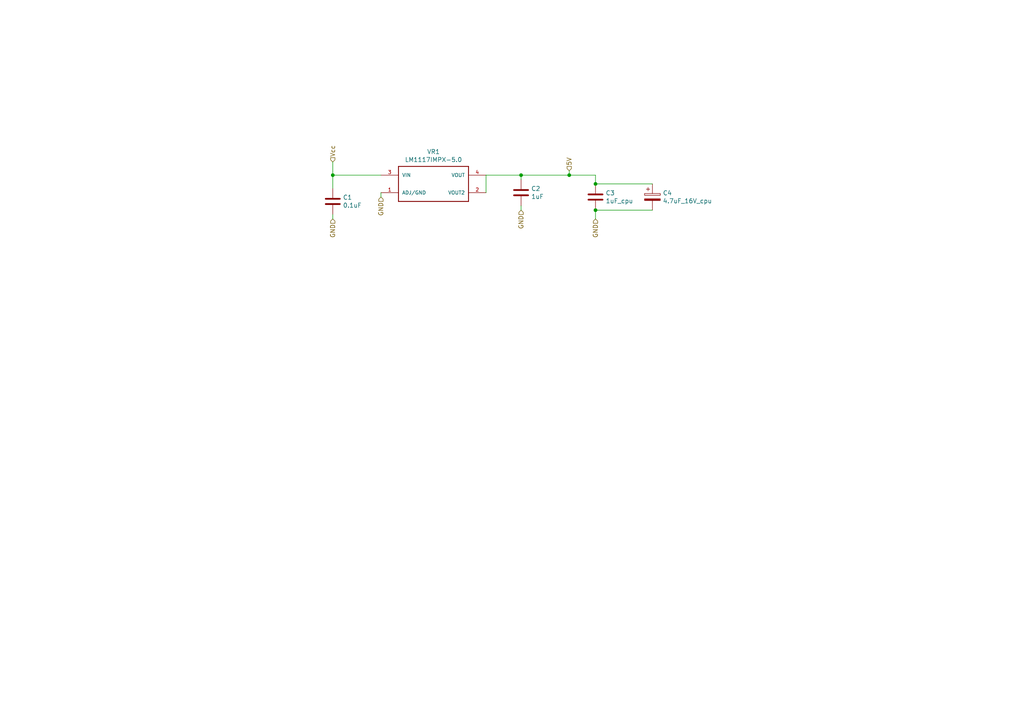
<source format=kicad_sch>
(kicad_sch (version 20211123) (generator eeschema)
  (paper "A4")
  (lib_symbols
    (symbol "Device:C" (pin_numbers hide) (pin_names (offset 0.254))
      (property "Reference" "C" (at 0.635 2.54 0))
      (property "Value" "C" (at 0.635 -2.54 0))
      (symbol "C_0_1"
        (polyline (pts (xy -2.032 -0.762) (xy 2.032 -0.762)) (stroke (width 0.508)))
        (polyline (pts (xy -2.032 0.762) (xy 2.032 0.762)) (stroke (width 0.508)))
      )
      (symbol "C_1_1"
        (pin passive line (at 0 3.81 270) (length 2.794) (name "~") (number "1"))
        (pin passive line (at 0 -3.81 90) (length 2.794) (name "~") (number "2"))
      )
    )
    (symbol "Device:C_Polarized" (pin_numbers hide) (pin_names (offset 0.254))
      (property "Reference" "C" (at 0.635 2.54 0))
      (property "Value" "C_Polarized" (at 0.635 -2.54 0))
      (symbol "C_Polarized_0_1"
        (rectangle (start -2.286 0.508) (end 2.286 1.016))
        (polyline (pts (xy -1.778 2.286) (xy -0.762 2.286)))
        (polyline (pts (xy -1.27 2.794) (xy -1.27 1.778)))
        (rectangle (start 2.286 -0.508) (end -2.286 -1.016) (fill (type outline)))
      )
      (symbol "C_Polarized_1_1"
        (pin passive line (at 0 3.81 270) (length 2.794) (name "~") (number "1"))
        (pin passive line (at 0 -3.81 90) (length 2.794) (name "~") (number "2"))
      )
    )
    (symbol "LM1117IMPX-5.0:LM1117IMPX-5.0" (pin_names (offset 1.016))
      (property "Reference" "VR" (at -10.16 6.35 0))
      (property "Value" "LM1117IMPX-5.0" (at -10.16 -7.62 0))
      (symbol "LM1117IMPX-5.0_0_0"
        (polyline (pts (xy -10.16 -5.08) (xy 10.16 -5.08)) (stroke (width 0.254)))
        (polyline (pts (xy -10.16 5.08) (xy -10.16 -5.08)) (stroke (width 0.254)))
        (polyline (pts (xy 10.16 -5.08) (xy 10.16 5.08)) (stroke (width 0.254)))
        (polyline (pts (xy 10.16 5.08) (xy -10.16 5.08)) (stroke (width 0.254)))
        (pin input line (at -15.24 -2.54 0) (length 5.08) (name "ADJ/GND") (number "1"))
        (pin output line (at 15.24 -2.54 180) (length 5.08) (name "VOUT2") (number "2"))
        (pin input line (at -15.24 2.54 0) (length 5.08) (name "VIN") (number "3"))
        (pin output line (at 15.24 2.54 180) (length 5.08) (name "VOUT") (number "4"))
      )
    )
  )
  (junction (at 96.52 50.8))
  (junction (at 172.72 53.34))
  (junction (at 165.1 50.8))
  (junction (at 172.72 60.96))
  (junction (at 151.13 50.8))
  (wire (pts (xy 140.97 50.8) (xy 140.97 55.88)))
  (wire (pts (xy 172.72 63.5) (xy 172.72 60.96)))
  (wire (pts (xy 172.72 60.96) (xy 189.23 60.96)))
  (wire (pts (xy 151.13 50.8) (xy 140.97 50.8)))
  (wire (pts (xy 96.52 63.5) (xy 96.52 62.23)))
  (wire (pts (xy 96.52 54.61) (xy 96.52 50.8)))
  (wire (pts (xy 172.72 50.8) (xy 172.72 53.34)))
  (wire (pts (xy 96.52 50.8) (xy 110.49 50.8)))
  (wire (pts (xy 96.52 50.8) (xy 96.52 46.99)))
  (wire (pts (xy 165.1 50.8) (xy 172.72 50.8)))
  (wire (pts (xy 172.72 53.34) (xy 189.23 53.34)))
  (wire (pts (xy 165.1 49.53) (xy 165.1 50.8)))
  (wire (pts (xy 151.13 52.07) (xy 151.13 50.8)))
  (wire (pts (xy 151.13 60.96) (xy 151.13 59.69)))
  (wire (pts (xy 151.13 50.8) (xy 165.1 50.8)))
  (wire (pts (xy 110.49 57.15) (xy 110.49 55.88)))
  (hierarchical_label "GND" (shape input) (at 110.49 57.15 270))
  (hierarchical_label "GND" (shape input) (at 172.72 63.5 270))
  (hierarchical_label "GND" (shape input) (at 151.13 60.96 270))
  (hierarchical_label "5V" (shape input) (at 165.1 49.53 90))
  (hierarchical_label "GND" (shape input) (at 96.52 63.5 270))
  (hierarchical_label "Vcc" (shape input) (at 96.52 46.99 90))
  (symbol (lib_id "Device:C") (at 96.52 58.42 0) (unit 1)
    (property "Reference" "C1" (at 99.441 57.2516 0) (effects (justify left)))
    (property "Value" "0.1uF" (at 99.441 59.563 0) (effects (justify left)))
    (property "Footprint" "Capacitor_SMD:C_0603_1608Metric" (effects hide))
  )
  (symbol (lib_id "Device:C") (at 151.13 55.88 0) (unit 1)
    (property "Reference" "C2" (at 154.051 54.7116 0) (effects (justify left)))
    (property "Value" "1uF" (at 154.051 57.023 0) (effects (justify left)))
    (property "Footprint" "Capacitor_SMD:C_0603_1608Metric" (effects hide))
  )
  (symbol (lib_id "Device:C") (at 172.72 57.15 0) (unit 1)
    (property "Reference" "C3" (at 175.641 55.9816 0) (effects (justify left)))
    (property "Value" "1uF_cpu" (at 175.641 58.293 0) (effects (justify left)))
    (property "Footprint" "Capacitor_SMD:C_0603_1608Metric" (effects hide))
  )
  (symbol (lib_id "Device:C_Polarized") (at 189.23 57.15 0) (unit 1)
    (property "Reference" "C4" (at 192.2272 55.9816 0) (effects (justify left)))
    (property "Value" "4.7uF_16V_cpu" (at 192.2272 58.293 0) (effects (justify left)))
    (property "Footprint" "Capacitor_Tantalum_SMD:CP_EIA-3216-18_Kemet-A" (effects hide))
  )
  (symbol (lib_id "LM1117IMPX-5.0:LM1117IMPX-5.0") (at 125.73 53.34 0) (unit 1)
    (property "Reference" "VR1" (at 125.73 44.0182 0))
    (property "Value" "LM1117IMPX-5.0" (at 125.73 46.3296 0))
    (property "Footprint" "LM1117IMPX-5:SOT230P700X180-4N" (effects hide))
    (property "Datasheet" "1.80 mm" (effects hide))
    (property "Field4" "O" (effects hide))
    (property "Field5" "IPC 7351B" (effects hide))
    (property "Field6" "Rochester Electronics/Texas Instruments" (effects hide))
  )
)
</source>
